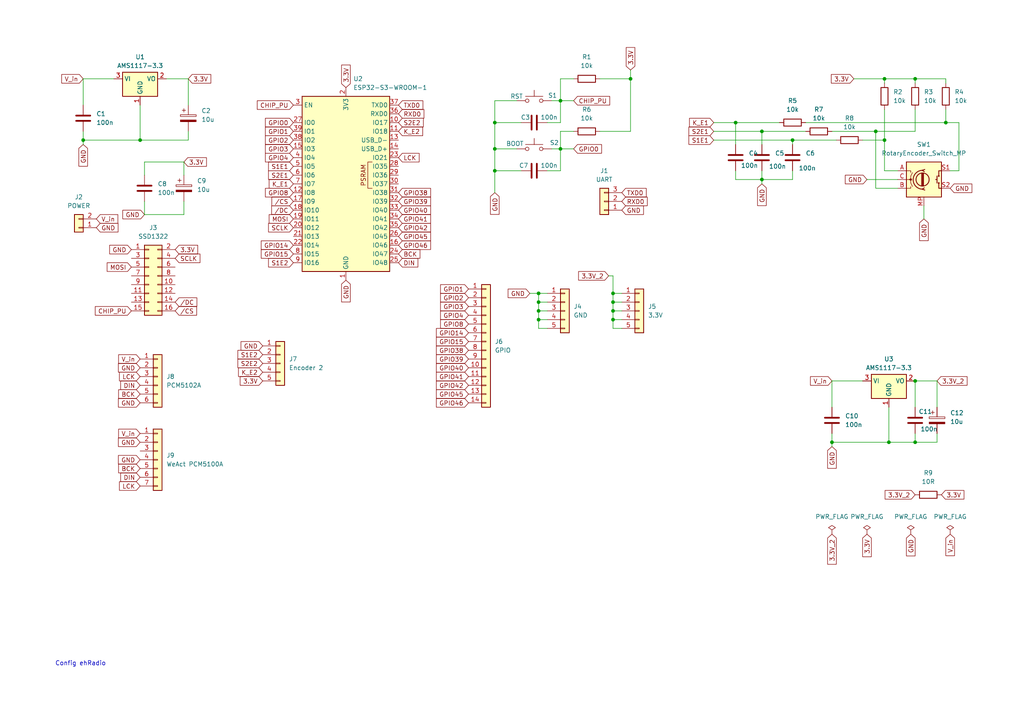
<source format=kicad_sch>
(kicad_sch (version 20250114) (generator "eeschema") (generator_version "9.0")
  (paper "A4")
  (lib_symbols
    (symbol "Connector_Generic:Conn_01x02" (pin_names (offset 1.016) (hide yes))
      (property "Reference" "J" (at 0 2.54 0))
      (property "Value" "Conn_01x02" (at 0 -5.08 0))
      (symbol "Conn_01x02_1_1"
        (rectangle (start -1.27 1.27) (end 1.27 -3.81) (stroke (width 0.254)) (fill (type background)))
        (rectangle (start -1.27 0.127) (end 0 -0.127) (stroke (width 0.1524)))
        (rectangle (start -1.27 -2.413) (end 0 -2.667) (stroke (width 0.1524)))
        (pin passive line (at -5.08 0 0) (length 3.81) (name "Pin_1") (number "1"))
        (pin passive line (at -5.08 -2.54 0) (length 3.81) (name "Pin_2") (number "2"))
      )
    )
    (symbol "Connector_Generic:Conn_01x03" (pin_names (offset 1.016) (hide yes))
      (property "Reference" "J" (at 0 5.08 0))
      (property "Value" "Conn_01x03" (at 0 -5.08 0))
      (symbol "Conn_01x03_1_1"
        (rectangle (start -1.27 3.81) (end 1.27 -3.81) (stroke (width 0.254)) (fill (type background)))
        (rectangle (start -1.27 2.667) (end 0 2.413) (stroke (width 0.1524)))
        (rectangle (start -1.27 0.127) (end 0 -0.127) (stroke (width 0.1524)))
        (rectangle (start -1.27 -2.413) (end 0 -2.667) (stroke (width 0.1524)))
        (pin passive line (at -5.08 2.54 0) (length 3.81) (name "Pin_1") (number "1"))
        (pin passive line (at -5.08 0 0) (length 3.81) (name "Pin_2") (number "2"))
        (pin passive line (at -5.08 -2.54 0) (length 3.81) (name "Pin_3") (number "3"))
      )
    )
    (symbol "Connector_Generic:Conn_01x05" (pin_names (offset 1.016) (hide yes))
      (property "Reference" "J" (at 0 7.62 0))
      (property "Value" "Conn_01x05" (at 0 -7.62 0))
      (symbol "Conn_01x05_1_1"
        (rectangle (start -1.27 6.35) (end 1.27 -6.35) (stroke (width 0.254)) (fill (type background)))
        (rectangle (start -1.27 5.207) (end 0 4.953) (stroke (width 0.1524)))
        (rectangle (start -1.27 2.667) (end 0 2.413) (stroke (width 0.1524)))
        (rectangle (start -1.27 0.127) (end 0 -0.127) (stroke (width 0.1524)))
        (rectangle (start -1.27 -2.413) (end 0 -2.667) (stroke (width 0.1524)))
        (rectangle (start -1.27 -4.953) (end 0 -5.207) (stroke (width 0.1524)))
        (pin passive line (at -5.08 5.08 0) (length 3.81) (name "Pin_1") (number "1"))
        (pin passive line (at -5.08 2.54 0) (length 3.81) (name "Pin_2") (number "2"))
        (pin passive line (at -5.08 0 0) (length 3.81) (name "Pin_3") (number "3"))
        (pin passive line (at -5.08 -2.54 0) (length 3.81) (name "Pin_4") (number "4"))
        (pin passive line (at -5.08 -5.08 0) (length 3.81) (name "Pin_5") (number "5"))
      )
    )
    (symbol "Connector_Generic:Conn_01x06" (pin_names (offset 1.016) (hide yes))
      (property "Reference" "J" (at 0 7.62 0))
      (property "Value" "Conn_01x06" (at 0 -10.16 0))
      (symbol "Conn_01x06_1_1"
        (rectangle (start -1.27 6.35) (end 1.27 -8.89) (stroke (width 0.254)) (fill (type background)))
        (rectangle (start -1.27 5.207) (end 0 4.953) (stroke (width 0.1524)))
        (rectangle (start -1.27 2.667) (end 0 2.413) (stroke (width 0.1524)))
        (rectangle (start -1.27 0.127) (end 0 -0.127) (stroke (width 0.1524)))
        (rectangle (start -1.27 -2.413) (end 0 -2.667) (stroke (width 0.1524)))
        (rectangle (start -1.27 -4.953) (end 0 -5.207) (stroke (width 0.1524)))
        (rectangle (start -1.27 -7.493) (end 0 -7.747) (stroke (width 0.1524)))
        (pin passive line (at -5.08 5.08 0) (length 3.81) (name "Pin_1") (number "1"))
        (pin passive line (at -5.08 2.54 0) (length 3.81) (name "Pin_2") (number "2"))
        (pin passive line (at -5.08 0 0) (length 3.81) (name "Pin_3") (number "3"))
        (pin passive line (at -5.08 -2.54 0) (length 3.81) (name "Pin_4") (number "4"))
        (pin passive line (at -5.08 -5.08 0) (length 3.81) (name "Pin_5") (number "5"))
        (pin passive line (at -5.08 -7.62 0) (length 3.81) (name "Pin_6") (number "6"))
      )
    )
    (symbol "Connector_Generic:Conn_01x07" (pin_names (offset 1.016) (hide yes))
      (property "Reference" "J" (at 0 10.16 0))
      (property "Value" "Conn_01x07" (at 0 -10.16 0))
      (symbol "Conn_01x07_1_1"
        (rectangle (start -1.27 8.89) (end 1.27 -8.89) (stroke (width 0.254)) (fill (type background)))
        (rectangle (start -1.27 7.747) (end 0 7.493) (stroke (width 0.1524)))
        (rectangle (start -1.27 5.207) (end 0 4.953) (stroke (width 0.1524)))
        (rectangle (start -1.27 2.667) (end 0 2.413) (stroke (width 0.1524)))
        (rectangle (start -1.27 0.127) (end 0 -0.127) (stroke (width 0.1524)))
        (rectangle (start -1.27 -2.413) (end 0 -2.667) (stroke (width 0.1524)))
        (rectangle (start -1.27 -4.953) (end 0 -5.207) (stroke (width 0.1524)))
        (rectangle (start -1.27 -7.493) (end 0 -7.747) (stroke (width 0.1524)))
        (pin passive line (at -5.08 7.62 0) (length 3.81) (name "Pin_1") (number "1"))
        (pin passive line (at -5.08 5.08 0) (length 3.81) (name "Pin_2") (number "2"))
        (pin passive line (at -5.08 2.54 0) (length 3.81) (name "Pin_3") (number "3"))
        (pin passive line (at -5.08 0 0) (length 3.81) (name "Pin_4") (number "4"))
        (pin passive line (at -5.08 -2.54 0) (length 3.81) (name "Pin_5") (number "5"))
        (pin passive line (at -5.08 -5.08 0) (length 3.81) (name "Pin_6") (number "6"))
        (pin passive line (at -5.08 -7.62 0) (length 3.81) (name "Pin_7") (number "7"))
      )
    )
    (symbol "Connector_Generic:Conn_01x14" (pin_names (offset 1.016) (hide yes))
      (property "Reference" "J" (at 0 17.78 0))
      (property "Value" "Conn_01x14" (at 0 -20.32 0))
      (symbol "Conn_01x14_1_1"
        (rectangle (start -1.27 16.51) (end 1.27 -19.05) (stroke (width 0.254)) (fill (type background)))
        (rectangle (start -1.27 15.367) (end 0 15.113) (stroke (width 0.1524)))
        (rectangle (start -1.27 12.827) (end 0 12.573) (stroke (width 0.1524)))
        (rectangle (start -1.27 10.287) (end 0 10.033) (stroke (width 0.1524)))
        (rectangle (start -1.27 7.747) (end 0 7.493) (stroke (width 0.1524)))
        (rectangle (start -1.27 5.207) (end 0 4.953) (stroke (width 0.1524)))
        (rectangle (start -1.27 2.667) (end 0 2.413) (stroke (width 0.1524)))
        (rectangle (start -1.27 0.127) (end 0 -0.127) (stroke (width 0.1524)))
        (rectangle (start -1.27 -2.413) (end 0 -2.667) (stroke (width 0.1524)))
        (rectangle (start -1.27 -4.953) (end 0 -5.207) (stroke (width 0.1524)))
        (rectangle (start -1.27 -7.493) (end 0 -7.747) (stroke (width 0.1524)))
        (rectangle (start -1.27 -10.033) (end 0 -10.287) (stroke (width 0.1524)))
        (rectangle (start -1.27 -12.573) (end 0 -12.827) (stroke (width 0.1524)))
        (rectangle (start -1.27 -15.113) (end 0 -15.367) (stroke (width 0.1524)))
        (rectangle (start -1.27 -17.653) (end 0 -17.907) (stroke (width 0.1524)))
        (pin passive line (at -5.08 15.24 0) (length 3.81) (name "Pin_1") (number "1"))
        (pin passive line (at -5.08 12.7 0) (length 3.81) (name "Pin_2") (number "2"))
        (pin passive line (at -5.08 10.16 0) (length 3.81) (name "Pin_3") (number "3"))
        (pin passive line (at -5.08 7.62 0) (length 3.81) (name "Pin_4") (number "4"))
        (pin passive line (at -5.08 5.08 0) (length 3.81) (name "Pin_5") (number "5"))
        (pin passive line (at -5.08 2.54 0) (length 3.81) (name "Pin_6") (number "6"))
        (pin passive line (at -5.08 0 0) (length 3.81) (name "Pin_7") (number "7"))
        (pin passive line (at -5.08 -2.54 0) (length 3.81) (name "Pin_8") (number "8"))
        (pin passive line (at -5.08 -5.08 0) (length 3.81) (name "Pin_9") (number "9"))
        (pin passive line (at -5.08 -7.62 0) (length 3.81) (name "Pin_10") (number "10"))
        (pin passive line (at -5.08 -10.16 0) (length 3.81) (name "Pin_11") (number "11"))
        (pin passive line (at -5.08 -12.7 0) (length 3.81) (name "Pin_12") (number "12"))
        (pin passive line (at -5.08 -15.24 0) (length 3.81) (name "Pin_13") (number "13"))
        (pin passive line (at -5.08 -17.78 0) (length 3.81) (name "Pin_14") (number "14"))
      )
    )
    (symbol "Connector_Generic:Conn_02x08_Odd_Even" (pin_names (offset 1.016) (hide yes))
      (property "Reference" "J" (at 1.27 10.16 0))
      (property "Value" "Conn_02x08_Odd_Even" (at 1.27 -12.7 0))
      (symbol "Conn_02x08_Odd_Even_1_1"
        (rectangle (start -1.27 8.89) (end 3.81 -11.43) (stroke (width 0.254)) (fill (type background)))
        (rectangle (start -1.27 7.747) (end 0 7.493) (stroke (width 0.1524)))
        (rectangle (start -1.27 5.207) (end 0 4.953) (stroke (width 0.1524)))
        (rectangle (start -1.27 2.667) (end 0 2.413) (stroke (width 0.1524)))
        (rectangle (start -1.27 0.127) (end 0 -0.127) (stroke (width 0.1524)))
        (rectangle (start -1.27 -2.413) (end 0 -2.667) (stroke (width 0.1524)))
        (rectangle (start -1.27 -4.953) (end 0 -5.207) (stroke (width 0.1524)))
        (rectangle (start -1.27 -7.493) (end 0 -7.747) (stroke (width 0.1524)))
        (rectangle (start -1.27 -10.033) (end 0 -10.287) (stroke (width 0.1524)))
        (rectangle (start 3.81 7.747) (end 2.54 7.493) (stroke (width 0.1524)))
        (rectangle (start 3.81 5.207) (end 2.54 4.953) (stroke (width 0.1524)))
        (rectangle (start 3.81 2.667) (end 2.54 2.413) (stroke (width 0.1524)))
        (rectangle (start 3.81 0.127) (end 2.54 -0.127) (stroke (width 0.1524)))
        (rectangle (start 3.81 -2.413) (end 2.54 -2.667) (stroke (width 0.1524)))
        (rectangle (start 3.81 -4.953) (end 2.54 -5.207) (stroke (width 0.1524)))
        (rectangle (start 3.81 -7.493) (end 2.54 -7.747) (stroke (width 0.1524)))
        (rectangle (start 3.81 -10.033) (end 2.54 -10.287) (stroke (width 0.1524)))
        (pin passive line (at -5.08 7.62 0) (length 3.81) (name "Pin_1") (number "1"))
        (pin passive line (at -5.08 5.08 0) (length 3.81) (name "Pin_3") (number "3"))
        (pin passive line (at -5.08 2.54 0) (length 3.81) (name "Pin_5") (number "5"))
        (pin passive line (at -5.08 0 0) (length 3.81) (name "Pin_7") (number "7"))
        (pin passive line (at -5.08 -2.54 0) (length 3.81) (name "Pin_9") (number "9"))
        (pin passive line (at -5.08 -5.08 0) (length 3.81) (name "Pin_11") (number "11"))
        (pin passive line (at -5.08 -7.62 0) (length 3.81) (name "Pin_13") (number "13"))
        (pin passive line (at -5.08 -10.16 0) (length 3.81) (name "Pin_15") (number "15"))
        (pin passive line (at 7.62 7.62 180) (length 3.81) (name "Pin_2") (number "2"))
        (pin passive line (at 7.62 5.08 180) (length 3.81) (name "Pin_4") (number "4"))
        (pin passive line (at 7.62 2.54 180) (length 3.81) (name "Pin_6") (number "6"))
        (pin passive line (at 7.62 0 180) (length 3.81) (name "Pin_8") (number "8"))
        (pin passive line (at 7.62 -2.54 180) (length 3.81) (name "Pin_10") (number "10"))
        (pin passive line (at 7.62 -5.08 180) (length 3.81) (name "Pin_12") (number "12"))
        (pin passive line (at 7.62 -7.62 180) (length 3.81) (name "Pin_14") (number "14"))
        (pin passive line (at 7.62 -10.16 180) (length 3.81) (name "Pin_16") (number "16"))
      )
    )
    (symbol "Device:C" (pin_numbers (hide yes)) (pin_names (offset 0.254))
      (property "Reference" "C" (at 0.635 2.54 0))
      (property "Value" "C" (at 0.635 -2.54 0))
      (symbol "C_0_1"
        (polyline (pts (xy -2.032 0.762) (xy 2.032 0.762)) (stroke (width 0.508)))
        (polyline (pts (xy -2.032 -0.762) (xy 2.032 -0.762)) (stroke (width 0.508)))
      )
      (symbol "C_1_1"
        (pin passive line (at 0 3.81 270) (length 2.794) (name "~") (number "1"))
        (pin passive line (at 0 -3.81 90) (length 2.794) (name "~") (number "2"))
      )
    )
    (symbol "Device:C_Polarized" (pin_numbers (hide yes)) (pin_names (offset 0.254))
      (property "Reference" "C" (at 0.635 2.54 0))
      (property "Value" "C_Polarized" (at 0.635 -2.54 0))
      (symbol "C_Polarized_0_1"
        (rectangle (start -2.286 0.508) (end 2.286 1.016))
        (polyline (pts (xy -1.778 2.286) (xy -0.762 2.286)))
        (polyline (pts (xy -1.27 2.794) (xy -1.27 1.778)))
        (rectangle (start 2.286 -0.508) (end -2.286 -1.016) (fill (type outline)))
      )
      (symbol "C_Polarized_1_1"
        (pin passive line (at 0 3.81 270) (length 2.794) (name "~") (number "1"))
        (pin passive line (at 0 -3.81 90) (length 2.794) (name "~") (number "2"))
      )
    )
    (symbol "Device:R" (pin_numbers (hide yes)) (pin_names (offset 0))
      (property "Reference" "R" (at 2.032 0 90))
      (property "Value" "R" (at 0 0 90))
      (symbol "R_0_1"
        (rectangle (start -1.016 -2.54) (end 1.016 2.54) (stroke (width 0.254)))
      )
      (symbol "R_1_1"
        (pin passive line (at 0 3.81 270) (length 1.27) (name "~") (number "1"))
        (pin passive line (at 0 -3.81 90) (length 1.27) (name "~") (number "2"))
      )
    )
    (symbol "Device:RotaryEncoder_Switch_MP" (pin_names (offset 0.254) (hide yes))
      (property "Reference" "SW" (at 0 8.89 0))
      (property "Value" "RotaryEncoder_Switch_MP" (at 0 6.35 0))
      (symbol "RotaryEncoder_Switch_MP_0_1"
        (rectangle (start -5.08 5.08) (end 5.08 -5.08) (stroke (width 0.254)) (fill (type background)))
        (polyline (pts (xy -5.08 2.54) (xy -3.81 2.54) (xy -3.81 2.032)))
        (polyline (pts (xy -5.08 0) (xy -3.81 0) (xy -3.81 -1.016) (xy -3.302 -2.032)))
        (polyline (pts (xy -5.08 -2.54) (xy -3.81 -2.54) (xy -3.81 -2.032)))
        (polyline (pts (xy -4.318 0) (xy -3.81 0) (xy -3.81 1.016) (xy -3.302 2.032)))
        (circle (center -3.81 0) (radius 0.254) (fill (type outline)))
        (polyline (pts (xy -0.635 -1.778) (xy -0.635 1.778)) (stroke (width 0.254)))
        (circle (center -0.381 0) (radius 1.905) (stroke (width 0.254)))
        (polyline (pts (xy -0.381 -1.778) (xy -0.381 1.778)) (stroke (width 0.254)))
        (arc (start -0.381 -2.794) (mid -3.0988 -0.0635) (end -0.381 2.667) (stroke (width 0.254)))
        (polyline (pts (xy -0.127 1.778) (xy -0.127 -1.778)) (stroke (width 0.254)))
        (polyline (pts (xy 0.254 2.921) (xy -0.508 2.667) (xy 0.127 2.286)) (stroke (width 0.254)))
        (polyline (pts (xy 0.254 -3.048) (xy -0.508 -2.794) (xy 0.127 -2.413)) (stroke (width 0.254)))
        (polyline (pts (xy 3.81 1.016) (xy 3.81 -1.016)) (stroke (width 0.254)))
        (polyline (pts (xy 3.81 0) (xy 3.429 0)) (stroke (width 0.254)))
        (circle (center 4.318 1.016) (radius 0.127) (stroke (width 0.254)))
        (circle (center 4.318 -1.016) (radius 0.127) (stroke (width 0.254)))
        (polyline (pts (xy 5.08 2.54) (xy 4.318 2.54) (xy 4.318 1.016)) (stroke (width 0.254)))
        (polyline (pts (xy 5.08 -2.54) (xy 4.318 -2.54) (xy 4.318 -1.016)) (stroke (width 0.254)))
      )
      (symbol "RotaryEncoder_Switch_MP_1_1"
        (pin passive line (at -7.62 2.54 0) (length 2.54) (name "A") (number "A"))
        (pin passive line (at -7.62 0 0) (length 2.54) (name "C") (number "C"))
        (pin passive line (at -7.62 -2.54 0) (length 2.54) (name "B") (number "B"))
        (pin passive line (at 0 -7.62 90) (length 2.54) (name "MP") (number "MP"))
        (pin passive line (at 7.62 2.54 180) (length 2.54) (name "S1") (number "S1"))
        (pin passive line (at 7.62 -2.54 180) (length 2.54) (name "S2") (number "S2"))
      )
    )
    (symbol "RF_Module:ESP32-S3-WROOM-1"
      (property "Reference" "U" (at -12.7 26.67 0))
      (property "Value" "ESP32-S3-WROOM-1" (at 12.7 26.67 0))
      (symbol "ESP32-S3-WROOM-1_0_0"
        (rectangle (start -12.7 25.4) (end 12.7 -25.4) (stroke (width 0.254)) (fill (type background)))
        (text "PSRAM" (at 5.08 2.54 900) (effects (font (size 1.27 1.27))))
      )
      (symbol "ESP32-S3-WROOM-1_0_1"
        (polyline (pts (xy 7.62 -1.27) (xy 6.35 -1.27) (xy 6.35 6.35) (xy 7.62 6.35)))
      )
      (symbol "ESP32-S3-WROOM-1_1_1"
        (pin input line (at -15.24 22.86 0) (length 2.54) (name "EN") (number "3"))
        (pin bidirectional line (at -15.24 17.78 0) (length 2.54) (name "IO0") (number "27"))
        (pin bidirectional line (at -15.24 15.24 0) (length 2.54) (name "IO1") (number "39"))
        (pin bidirectional line (at -15.24 12.7 0) (length 2.54) (name "IO2") (number "38"))
        (pin bidirectional line (at -15.24 10.16 0) (length 2.54) (name "IO3") (number "15"))
        (pin bidirectional line (at -15.24 7.62 0) (length 2.54) (name "IO4") (number "4"))
        (pin bidirectional line (at -15.24 5.08 0) (length 2.54) (name "IO5") (number "5"))
        (pin bidirectional line (at -15.24 2.54 0) (length 2.54) (name "IO6") (number "6"))
        (pin bidirectional line (at -15.24 0 0) (length 2.54) (name "IO7") (number "7"))
        (pin bidirectional line (at -15.24 -2.54 0) (length 2.54) (name "IO8") (number "12"))
        (pin bidirectional line (at -15.24 -5.08 0) (length 2.54) (name "IO9") (number "17"))
        (pin bidirectional line (at -15.24 -7.62 0) (length 2.54) (name "IO10") (number "18"))
        (pin bidirectional line (at -15.24 -10.16 0) (length 2.54) (name "IO11") (number "19"))
        (pin bidirectional line (at -15.24 -12.7 0) (length 2.54) (name "IO12") (number "20"))
        (pin bidirectional line (at -15.24 -15.24 0) (length 2.54) (name "IO13") (number "21"))
        (pin bidirectional line (at -15.24 -17.78 0) (length 2.54) (name "IO14") (number "22"))
        (pin bidirectional line (at -15.24 -20.32 0) (length 2.54) (name "IO15") (number "8"))
        (pin bidirectional line (at -15.24 -22.86 0) (length 2.54) (name "IO16") (number "9"))
        (pin power_in line (at 0 27.94 270) (length 2.54) (name "3V3") (number "2"))
        (pin power_in line (at 0 -27.94 90) (length 2.54) (name "GND") (number "1"))
        (pin passive line (at 0 -27.94 90) (length 2.54) (hide yes) (name "GND") (number "40"))
        (pin passive line (at 0 -27.94 90) (length 2.54) (hide yes) (name "GND") (number "41"))
        (pin bidirectional line (at 15.24 22.86 180) (length 2.54) (name "TXD0") (number "37"))
        (pin bidirectional line (at 15.24 20.32 180) (length 2.54) (name "RXD0") (number "36"))
        (pin bidirectional line (at 15.24 17.78 180) (length 2.54) (name "IO17") (number "10"))
        (pin bidirectional line (at 15.24 15.24 180) (length 2.54) (name "IO18") (number "11"))
        (pin bidirectional line (at 15.24 12.7 180) (length 2.54) (name "USB_D-") (number "13"))
        (pin bidirectional line (at 15.24 10.16 180) (length 2.54) (name "USB_D+") (number "14"))
        (pin bidirectional line (at 15.24 7.62 180) (length 2.54) (name "IO21") (number "23"))
        (pin bidirectional line (at 15.24 5.08 180) (length 2.54) (name "IO35") (number "28"))
        (pin bidirectional line (at 15.24 2.54 180) (length 2.54) (name "IO36") (number "29"))
        (pin bidirectional line (at 15.24 0 180) (length 2.54) (name "IO37") (number "30"))
        (pin bidirectional line (at 15.24 -2.54 180) (length 2.54) (name "IO38") (number "31"))
        (pin bidirectional line (at 15.24 -5.08 180) (length 2.54) (name "IO39") (number "32"))
        (pin bidirectional line (at 15.24 -7.62 180) (length 2.54) (name "IO40") (number "33"))
        (pin bidirectional line (at 15.24 -10.16 180) (length 2.54) (name "IO41") (number "34"))
        (pin bidirectional line (at 15.24 -12.7 180) (length 2.54) (name "IO42") (number "35"))
        (pin bidirectional line (at 15.24 -15.24 180) (length 2.54) (name "IO45") (number "26"))
        (pin bidirectional line (at 15.24 -17.78 180) (length 2.54) (name "IO46") (number "16"))
        (pin bidirectional line (at 15.24 -20.32 180) (length 2.54) (name "IO47") (number "24"))
        (pin bidirectional line (at 15.24 -22.86 180) (length 2.54) (name "IO48") (number "25"))
      )
    )
    (symbol "Regulator_Linear:AMS1117-3.3"
      (property "Reference" "U" (at -3.81 3.175 0))
      (property "Value" "AMS1117-3.3" (at 0 3.175 0))
      (symbol "AMS1117-3.3_0_1"
        (rectangle (start -5.08 -5.08) (end 5.08 1.905) (stroke (width 0.254)) (fill (type background)))
      )
      (symbol "AMS1117-3.3_1_1"
        (pin power_in line (at -7.62 0 0) (length 2.54) (name "VI") (number "3"))
        (pin power_in line (at 0 -7.62 90) (length 2.54) (name "GND") (number "1"))
        (pin power_out line (at 7.62 0 180) (length 2.54) (name "VO") (number "2"))
      )
    )
    (symbol "Switch:SW_Push" (pin_numbers (hide yes)) (pin_names (offset 1.016) (hide yes))
      (property "Reference" "SW" (at 1.27 2.54 0))
      (property "Value" "SW_Push" (at 0 -1.524 0))
      (symbol "SW_Push_0_1"
        (circle (center -2.032 0) (radius 0.508))
        (polyline (pts (xy 0 1.27) (xy 0 3.048)))
        (circle (center 2.032 0) (radius 0.508))
        (polyline (pts (xy 2.54 1.27) (xy -2.54 1.27)))
        (pin passive line (at -5.08 0 0) (length 2.54) (name "1") (number "1"))
        (pin passive line (at 5.08 0 180) (length 2.54) (name "2") (number "2"))
      )
    )
    (symbol "power:PWR_FLAG" (power) (pin_numbers (hide yes)) (pin_names (offset 0) (hide yes))
      (property "Value" "PWR_FLAG" (at 0 3.81 0))
      (symbol "PWR_FLAG_0_0"
        (pin power_out line (at 0 0 90) (length 0) (name "~") (number "1"))
      )
      (symbol "PWR_FLAG_0_1"
        (polyline (pts (xy 0 0) (xy 0 1.27) (xy -1.016 1.905) (xy 0 2.54) (xy 1.016 1.905) (xy 0 1.27)))
      )
    )
  )
  (text "Config ehRadio" (at 23.368 192.532 0) (effects (font (size 1.27 1.27))))
  (junction (at 213.36 35.56))
  (junction (at 156.21 92.71))
  (junction (at 162.56 43.18))
  (junction (at 274.32 35.56))
  (junction (at 220.98 52.07))
  (junction (at 265.43 22.86))
  (junction (at 265.43 110.49))
  (junction (at 257.81 128.27))
  (junction (at 229.87 40.64))
  (junction (at 241.3 128.27))
  (junction (at 256.54 40.64))
  (junction (at 156.21 90.17))
  (junction (at 156.21 85.09))
  (junction (at 143.51 49.53))
  (junction (at 177.8 90.17))
  (junction (at 156.21 87.63))
  (junction (at 24.13 40.64))
  (junction (at 220.98 38.1))
  (junction (at 40.64 40.64))
  (junction (at 162.56 29.21))
  (junction (at 265.43 128.27))
  (junction (at 177.8 87.63))
  (junction (at 182.88 22.86))
  (junction (at 256.54 22.86))
  (junction (at 254 38.1))
  (junction (at 177.8 92.71))
  (junction (at 143.51 43.18))
  (junction (at 177.8 85.09))
  (junction (at 143.51 35.56))
  (wire (pts (xy 162.56 22.86) (xy 162.56 29.21)))
  (wire (pts (xy 162.56 35.56) (xy 162.56 29.21)))
  (wire (pts (xy 54.61 40.64) (xy 40.64 40.64)))
  (wire (pts (xy 207.01 38.1) (xy 220.98 38.1)))
  (wire (pts (xy 278.13 49.53) (xy 278.13 35.56)))
  (wire (pts (xy 143.51 35.56) (xy 151.13 35.56)))
  (wire (pts (xy 143.51 43.18) (xy 143.51 49.53)))
  (wire (pts (xy 229.87 52.07) (xy 220.98 52.07)))
  (wire (pts (xy 265.43 110.49) (xy 265.43 118.11)))
  (wire (pts (xy 254 38.1) (xy 254 54.61)))
  (wire (pts (xy 158.75 35.56) (xy 162.56 35.56)))
  (wire (pts (xy 153.67 85.09) (xy 156.21 85.09)))
  (wire (pts (xy 149.86 29.21) (xy 143.51 29.21)))
  (wire (pts (xy 160.02 29.21) (xy 162.56 29.21)))
  (wire (pts (xy 177.8 80.01) (xy 177.8 85.09)))
  (wire (pts (xy 265.43 125.73) (xy 265.43 128.27)))
  (wire (pts (xy 166.37 22.86) (xy 162.56 22.86)))
  (wire (pts (xy 229.87 49.53) (xy 229.87 52.07)))
  (wire (pts (xy 176.53 80.01) (xy 177.8 80.01)))
  (wire (pts (xy 213.36 41.91) (xy 213.36 35.56)))
  (wire (pts (xy 53.34 62.23) (xy 53.34 58.42)))
  (wire (pts (xy 177.8 90.17) (xy 177.8 92.71)))
  (wire (pts (xy 207.01 40.64) (xy 229.87 40.64)))
  (wire (pts (xy 247.65 22.86) (xy 256.54 22.86)))
  (wire (pts (xy 41.91 46.99) (xy 53.34 46.99)))
  (wire (pts (xy 229.87 41.91) (xy 229.87 40.64)))
  (wire (pts (xy 24.13 40.64) (xy 24.13 41.91)))
  (wire (pts (xy 41.91 62.23) (xy 53.34 62.23)))
  (wire (pts (xy 278.13 35.56) (xy 274.32 35.56)))
  (wire (pts (xy 177.8 85.09) (xy 180.34 85.09)))
  (wire (pts (xy 54.61 38.1) (xy 54.61 40.64)))
  (wire (pts (xy 220.98 41.91) (xy 220.98 38.1)))
  (wire (pts (xy 256.54 31.75) (xy 256.54 40.64)))
  (wire (pts (xy 256.54 49.53) (xy 256.54 40.64)))
  (wire (pts (xy 162.56 49.53) (xy 162.56 43.18)))
  (wire (pts (xy 207.01 35.56) (xy 213.36 35.56)))
  (wire (pts (xy 254 38.1) (xy 265.43 38.1)))
  (wire (pts (xy 143.51 29.21) (xy 143.51 35.56)))
  (wire (pts (xy 177.8 85.09) (xy 177.8 87.63)))
  (wire (pts (xy 156.21 95.25) (xy 156.21 92.71)))
  (wire (pts (xy 24.13 22.86) (xy 33.02 22.86)))
  (wire (pts (xy 250.19 40.64) (xy 256.54 40.64)))
  (wire (pts (xy 213.36 35.56) (xy 226.06 35.56)))
  (wire (pts (xy 177.8 92.71) (xy 177.8 95.25)))
  (wire (pts (xy 156.21 85.09) (xy 158.75 85.09)))
  (wire (pts (xy 241.3 38.1) (xy 254 38.1)))
  (wire (pts (xy 177.8 87.63) (xy 177.8 90.17)))
  (wire (pts (xy 241.3 110.49) (xy 250.19 110.49)))
  (wire (pts (xy 220.98 38.1) (xy 233.68 38.1)))
  (wire (pts (xy 156.21 90.17) (xy 156.21 87.63)))
  (wire (pts (xy 274.32 22.86) (xy 274.32 24.13)))
  (wire (pts (xy 275.59 49.53) (xy 278.13 49.53)))
  (wire (pts (xy 257.81 128.27) (xy 241.3 128.27)))
  (wire (pts (xy 267.97 59.69) (xy 267.97 63.5)))
  (wire (pts (xy 213.36 49.53) (xy 213.36 52.07)))
  (wire (pts (xy 156.21 85.09) (xy 156.21 87.63)))
  (wire (pts (xy 241.3 128.27) (xy 241.3 129.54)))
  (wire (pts (xy 156.21 92.71) (xy 158.75 92.71)))
  (wire (pts (xy 24.13 38.1) (xy 24.13 40.64)))
  (wire (pts (xy 177.8 92.71) (xy 180.34 92.71)))
  (wire (pts (xy 271.78 110.49) (xy 271.78 118.11)))
  (wire (pts (xy 256.54 22.86) (xy 265.43 22.86)))
  (wire (pts (xy 233.68 35.56) (xy 274.32 35.56)))
  (wire (pts (xy 162.56 29.21) (xy 166.37 29.21)))
  (wire (pts (xy 271.78 128.27) (xy 265.43 128.27)))
  (wire (pts (xy 158.75 95.25) (xy 156.21 95.25)))
  (wire (pts (xy 265.43 22.86) (xy 265.43 24.13)))
  (wire (pts (xy 143.51 49.53) (xy 151.13 49.53)))
  (wire (pts (xy 257.81 118.11) (xy 257.81 128.27)))
  (wire (pts (xy 241.3 118.11) (xy 241.3 110.49)))
  (wire (pts (xy 173.99 38.1) (xy 182.88 38.1)))
  (wire (pts (xy 265.43 128.27) (xy 257.81 128.27)))
  (wire (pts (xy 254 54.61) (xy 260.35 54.61)))
  (wire (pts (xy 229.87 40.64) (xy 242.57 40.64)))
  (wire (pts (xy 271.78 110.49) (xy 265.43 110.49)))
  (wire (pts (xy 162.56 43.18) (xy 166.37 43.18)))
  (wire (pts (xy 177.8 87.63) (xy 180.34 87.63)))
  (wire (pts (xy 160.02 43.18) (xy 162.56 43.18)))
  (wire (pts (xy 54.61 22.86) (xy 54.61 30.48)))
  (wire (pts (xy 177.8 95.25) (xy 180.34 95.25)))
  (wire (pts (xy 54.61 22.86) (xy 48.26 22.86)))
  (wire (pts (xy 156.21 90.17) (xy 158.75 90.17)))
  (wire (pts (xy 158.75 49.53) (xy 162.56 49.53)))
  (wire (pts (xy 251.46 52.07) (xy 260.35 52.07)))
  (wire (pts (xy 182.88 20.32) (xy 182.88 22.86)))
  (wire (pts (xy 265.43 31.75) (xy 265.43 38.1)))
  (wire (pts (xy 271.78 125.73) (xy 271.78 128.27)))
  (wire (pts (xy 24.13 30.48) (xy 24.13 22.86)))
  (wire (pts (xy 41.91 50.8) (xy 41.91 46.99)))
  (wire (pts (xy 256.54 22.86) (xy 256.54 24.13)))
  (wire (pts (xy 220.98 49.53) (xy 220.98 52.07)))
  (wire (pts (xy 158.75 87.63) (xy 156.21 87.63)))
  (wire (pts (xy 143.51 43.18) (xy 149.86 43.18)))
  (wire (pts (xy 40.64 30.48) (xy 40.64 40.64)))
  (wire (pts (xy 241.3 125.73) (xy 241.3 128.27)))
  (wire (pts (xy 265.43 22.86) (xy 274.32 22.86)))
  (wire (pts (xy 177.8 90.17) (xy 180.34 90.17)))
  (wire (pts (xy 143.51 35.56) (xy 143.51 43.18)))
  (wire (pts (xy 220.98 52.07) (xy 220.98 53.34)))
  (wire (pts (xy 274.32 31.75) (xy 274.32 35.56)))
  (wire (pts (xy 156.21 92.71) (xy 156.21 90.17)))
  (wire (pts (xy 220.98 52.07) (xy 213.36 52.07)))
  (wire (pts (xy 53.34 46.99) (xy 53.34 50.8)))
  (wire (pts (xy 182.88 22.86) (xy 173.99 22.86)))
  (wire (pts (xy 40.64 40.64) (xy 24.13 40.64)))
  (wire (pts (xy 143.51 49.53) (xy 143.51 55.88)))
  (wire (pts (xy 41.91 58.42) (xy 41.91 62.23)))
  (wire (pts (xy 162.56 38.1) (xy 162.56 43.18)))
  (wire (pts (xy 260.35 49.53) (xy 256.54 49.53)))
  (wire (pts (xy 166.37 38.1) (xy 162.56 38.1)))
  (wire (pts (xy 182.88 38.1) (xy 182.88 22.86)))
  (global_label "GPIO39" (shape input) (at 115.57 58.42 0) (property "Intersheetrefs" "${INTERSHEET_REFS}" (effects (hide yes))))
  (global_label "GND" (shape input) (at 27.94 66.04 0) (property "Intersheetrefs" "${INTERSHEET_REFS}" (effects (hide yes))))
  (global_label "GND" (shape input) (at 143.51 55.88 270) (property "Intersheetrefs" "${INTERSHEET_REFS}" (effects (hide yes))))
  (global_label "3.3V" (shape input) (at 76.2 110.49 180) (property "Intersheetrefs" "${INTERSHEET_REFS}" (effects (hide yes))))
  (global_label "V_in" (shape input) (at 40.64 104.14 180) (property "Intersheetrefs" "${INTERSHEET_REFS}" (effects (hide yes))))
  (global_label "GPIO46" (shape input) (at 115.57 71.12 0) (property "Intersheetrefs" "${INTERSHEET_REFS}" (effects (hide yes))))
  (global_label "GND" (shape input) (at 241.3 129.54 270) (property "Intersheetrefs" "${INTERSHEET_REFS}" (effects (hide yes))))
  (global_label "LCK" (shape input) (at 40.64 140.97 180) (property "Intersheetrefs" "${INTERSHEET_REFS}" (effects (hide yes))))
  (global_label "GND" (shape input) (at 41.91 62.23 180) (property "Intersheetrefs" "${INTERSHEET_REFS}" (effects (hide yes))))
  (global_label "GPIO15" (shape input) (at 135.89 99.06 180) (property "Intersheetrefs" "${INTERSHEET_REFS}" (effects (hide yes))))
  (global_label "GPIO8" (shape input) (at 85.09 55.88 180) (property "Intersheetrefs" "${INTERSHEET_REFS}" (effects (hide yes))))
  (global_label "GPIO15" (shape input) (at 85.09 73.66 180) (property "Intersheetrefs" "${INTERSHEET_REFS}" (effects (hide yes))))
  (global_label "GPIO0" (shape input) (at 166.37 43.18 0) (property "Intersheetrefs" "${INTERSHEET_REFS}" (effects (hide yes))))
  (global_label "GND" (shape input) (at 40.64 133.35 180) (property "Intersheetrefs" "${INTERSHEET_REFS}" (effects (hide yes))))
  (global_label "3.3V" (shape input) (at 54.61 22.86 0) (property "Intersheetrefs" "${INTERSHEET_REFS}" (effects (hide yes))))
  (global_label "GPIO3" (shape input) (at 135.89 88.9 180) (property "Intersheetrefs" "${INTERSHEET_REFS}" (effects (hide yes))))
  (global_label "GPIO41" (shape input) (at 115.57 63.5 0) (property "Intersheetrefs" "${INTERSHEET_REFS}" (effects (hide yes))))
  (global_label "S1E1" (shape input) (at 207.01 40.64 180) (property "Intersheetrefs" "${INTERSHEET_REFS}" (effects (hide yes))))
  (global_label "{slash}DC" (shape input) (at 85.09 60.96 180) (property "Intersheetrefs" "${INTERSHEET_REFS}" (effects (hide yes))))
  (global_label "DIN" (shape input) (at 40.64 111.76 180) (property "Intersheetrefs" "${INTERSHEET_REFS}" (effects (hide yes))))
  (global_label "GND" (shape input) (at 264.16 154.94 270) (property "Intersheetrefs" "${INTERSHEET_REFS}" (effects (hide yes))))
  (global_label "CHIP_PU" (shape input) (at 85.09 30.48 180) (property "Intersheetrefs" "${INTERSHEET_REFS}" (effects (hide yes))))
  (global_label "S2E2" (shape input) (at 76.2 105.41 180) (property "Intersheetrefs" "${INTERSHEET_REFS}" (effects (hide yes))))
  (global_label "RXD0" (shape input) (at 115.57 33.02 0) (property "Intersheetrefs" "${INTERSHEET_REFS}" (effects (hide yes))))
  (global_label "V_in" (shape input) (at 40.64 125.73 180) (property "Intersheetrefs" "${INTERSHEET_REFS}" (effects (hide yes))))
  (global_label "CHIP_PU" (shape input) (at 38.1 90.17 180) (property "Intersheetrefs" "${INTERSHEET_REFS}" (effects (hide yes))))
  (global_label "GPIO46" (shape input) (at 135.89 116.84 180) (property "Intersheetrefs" "${INTERSHEET_REFS}" (effects (hide yes))))
  (global_label "GPIO39" (shape input) (at 135.89 104.14 180) (property "Intersheetrefs" "${INTERSHEET_REFS}" (effects (hide yes))))
  (global_label "3.3V_2" (shape input) (at 265.43 143.51 180) (property "Intersheetrefs" "${INTERSHEET_REFS}" (effects (hide yes))))
  (global_label "S2E1" (shape input) (at 207.01 38.1 180) (property "Intersheetrefs" "${INTERSHEET_REFS}" (effects (hide yes))))
  (global_label "3.3V" (shape input) (at 50.8 72.39 0) (property "Intersheetrefs" "${INTERSHEET_REFS}" (effects (hide yes))))
  (global_label "GPIO14" (shape input) (at 85.09 71.12 180) (property "Intersheetrefs" "${INTERSHEET_REFS}" (effects (hide yes))))
  (global_label "GPIO0" (shape input) (at 85.09 35.56 180) (property "Intersheetrefs" "${INTERSHEET_REFS}" (effects (hide yes))))
  (global_label "CHIP_PU" (shape input) (at 166.37 29.21 0) (property "Intersheetrefs" "${INTERSHEET_REFS}" (effects (hide yes))))
  (global_label "GND" (shape input) (at 40.64 106.68 180) (property "Intersheetrefs" "${INTERSHEET_REFS}" (effects (hide yes))))
  (global_label "RXD0" (shape input) (at 180.34 58.42 0) (property "Intersheetrefs" "${INTERSHEET_REFS}" (effects (hide yes))))
  (global_label "{slash}CS" (shape input) (at 50.8 90.17 0) (property "Intersheetrefs" "${INTERSHEET_REFS}" (effects (hide yes))))
  (global_label "GPIO45" (shape input) (at 115.57 68.58 0) (property "Intersheetrefs" "${INTERSHEET_REFS}" (effects (hide yes))))
  (global_label "V_in" (shape input) (at 24.13 22.86 180) (property "Intersheetrefs" "${INTERSHEET_REFS}" (effects (hide yes))))
  (global_label "GPIO3" (shape input) (at 85.09 43.18 180) (property "Intersheetrefs" "${INTERSHEET_REFS}" (effects (hide yes))))
  (global_label "3.3V_2" (shape input) (at 271.78 110.49 0) (property "Intersheetrefs" "${INTERSHEET_REFS}" (effects (hide yes))))
  (global_label "GPIO14" (shape input) (at 135.89 96.52 180) (property "Intersheetrefs" "${INTERSHEET_REFS}" (effects (hide yes))))
  (global_label "V_in" (shape input) (at 275.59 154.94 270) (property "Intersheetrefs" "${INTERSHEET_REFS}" (effects (hide yes))))
  (global_label "GPIO38" (shape input) (at 135.89 101.6 180) (property "Intersheetrefs" "${INTERSHEET_REFS}" (effects (hide yes))))
  (global_label "GPIO45" (shape input) (at 135.89 114.3 180) (property "Intersheetrefs" "${INTERSHEET_REFS}" (effects (hide yes))))
  (global_label "DIN" (shape input) (at 40.64 138.43 180) (property "Intersheetrefs" "${INTERSHEET_REFS}" (effects (hide yes))))
  (global_label "GPIO38" (shape input) (at 115.57 55.88 0) (property "Intersheetrefs" "${INTERSHEET_REFS}" (effects (hide yes))))
  (global_label "V_in" (shape input) (at 27.94 63.5 0) (property "Intersheetrefs" "${INTERSHEET_REFS}" (effects (hide yes))))
  (global_label "SCLK" (shape input) (at 50.8 74.93 0) (property "Intersheetrefs" "${INTERSHEET_REFS}" (effects (hide yes))))
  (global_label "GPIO4" (shape input) (at 85.09 45.72 180) (property "Intersheetrefs" "${INTERSHEET_REFS}" (effects (hide yes))))
  (global_label "V_in" (shape input) (at 241.3 110.49 180) (property "Intersheetrefs" "${INTERSHEET_REFS}" (effects (hide yes))))
  (global_label "GND" (shape input) (at 275.59 54.61 0) (property "Intersheetrefs" "${INTERSHEET_REFS}" (effects (hide yes))))
  (global_label "MOSI" (shape input) (at 38.1 77.47 180) (property "Intersheetrefs" "${INTERSHEET_REFS}" (effects (hide yes))))
  (global_label "3.3V_2" (shape input) (at 241.3 154.94 270) (property "Intersheetrefs" "${INTERSHEET_REFS}" (effects (hide yes))))
  (global_label "GND" (shape input) (at 267.97 63.5 270) (property "Intersheetrefs" "${INTERSHEET_REFS}" (effects (hide yes))))
  (global_label "LCK" (shape input) (at 40.64 109.22 180) (property "Intersheetrefs" "${INTERSHEET_REFS}" (effects (hide yes))))
  (global_label "GPIO2" (shape input) (at 85.09 40.64 180) (property "Intersheetrefs" "${INTERSHEET_REFS}" (effects (hide yes))))
  (global_label "GPIO2" (shape input) (at 135.89 86.36 180) (property "Intersheetrefs" "${INTERSHEET_REFS}" (effects (hide yes))))
  (global_label "S2E1" (shape input) (at 85.09 50.8 180) (property "Intersheetrefs" "${INTERSHEET_REFS}" (effects (hide yes))))
  (global_label "3.3V" (shape input) (at 53.34 46.99 0) (property "Intersheetrefs" "${INTERSHEET_REFS}" (effects (hide yes))))
  (global_label "GPIO42" (shape input) (at 115.57 66.04 0) (property "Intersheetrefs" "${INTERSHEET_REFS}" (effects (hide yes))))
  (global_label "GND" (shape input) (at 76.2 100.33 180) (property "Intersheetrefs" "${INTERSHEET_REFS}" (effects (hide yes))))
  (global_label "K_E1" (shape input) (at 207.01 35.56 180) (property "Intersheetrefs" "${INTERSHEET_REFS}" (effects (hide yes))))
  (global_label "GPIO42" (shape input) (at 135.89 111.76 180) (property "Intersheetrefs" "${INTERSHEET_REFS}" (effects (hide yes))))
  (global_label "GND" (shape input) (at 40.64 116.84 180) (property "Intersheetrefs" "${INTERSHEET_REFS}" (effects (hide yes))))
  (global_label "GPIO8" (shape input) (at 135.89 93.98 180) (property "Intersheetrefs" "${INTERSHEET_REFS}" (effects (hide yes))))
  (global_label "GND" (shape input) (at 251.46 52.07 180) (property "Intersheetrefs" "${INTERSHEET_REFS}" (effects (hide yes))))
  (global_label "DIN" (shape input) (at 115.57 76.2 0) (property "Intersheetrefs" "${INTERSHEET_REFS}" (effects (hide yes))))
  (global_label "LCK" (shape input) (at 115.57 45.72 0) (property "Intersheetrefs" "${INTERSHEET_REFS}" (effects (hide yes))))
  (global_label "BCK" (shape input) (at 40.64 135.89 180) (property "Intersheetrefs" "${INTERSHEET_REFS}" (effects (hide yes))))
  (global_label "{slash}DC" (shape input) (at 50.8 87.63 0) (property "Intersheetrefs" "${INTERSHEET_REFS}" (effects (hide yes))))
  (global_label "GND" (shape input) (at 38.1 72.39 180) (property "Intersheetrefs" "${INTERSHEET_REFS}" (effects (hide yes))))
  (global_label "3.3V" (shape input) (at 100.33 25.4 90) (property "Intersheetrefs" "${INTERSHEET_REFS}" (effects (hide yes))))
  (global_label "MOSI" (shape input) (at 85.09 63.5 180) (property "Intersheetrefs" "${INTERSHEET_REFS}" (effects (hide yes))))
  (global_label "GPIO4" (shape input) (at 135.89 91.44 180) (property "Intersheetrefs" "${INTERSHEET_REFS}" (effects (hide yes))))
  (global_label "K_E2" (shape input) (at 115.57 38.1 0) (property "Intersheetrefs" "${INTERSHEET_REFS}" (effects (hide yes))))
  (global_label "BCK" (shape input) (at 115.57 73.66 0) (property "Intersheetrefs" "${INTERSHEET_REFS}" (effects (hide yes))))
  (global_label "K_E1" (shape input) (at 85.09 53.34 180) (property "Intersheetrefs" "${INTERSHEET_REFS}" (effects (hide yes))))
  (global_label "S1E1" (shape input) (at 85.09 48.26 180) (property "Intersheetrefs" "${INTERSHEET_REFS}" (effects (hide yes))))
  (global_label "GND" (shape input) (at 180.34 60.96 0) (property "Intersheetrefs" "${INTERSHEET_REFS}" (effects (hide yes))))
  (global_label "3.3V_2" (shape input) (at 176.53 80.01 180) (property "Intersheetrefs" "${INTERSHEET_REFS}" (effects (hide yes))))
  (global_label "3.3V" (shape input) (at 251.46 154.94 270) (property "Intersheetrefs" "${INTERSHEET_REFS}" (effects (hide yes))))
  (global_label "GPIO1" (shape input) (at 85.09 38.1 180) (property "Intersheetrefs" "${INTERSHEET_REFS}" (effects (hide yes))))
  (global_label "3.3V" (shape input) (at 182.88 20.32 90) (property "Intersheetrefs" "${INTERSHEET_REFS}" (effects (hide yes))))
  (global_label "GND" (shape input) (at 153.67 85.09 180) (property "Intersheetrefs" "${INTERSHEET_REFS}" (effects (hide yes))))
  (global_label "TXD0" (shape input) (at 180.34 55.88 0) (property "Intersheetrefs" "${INTERSHEET_REFS}" (effects (hide yes))))
  (global_label "3.3V" (shape input) (at 273.05 143.51 0) (property "Intersheetrefs" "${INTERSHEET_REFS}" (effects (hide yes))))
  (global_label "{slash}CS" (shape input) (at 85.09 58.42 180) (property "Intersheetrefs" "${INTERSHEET_REFS}" (effects (hide yes))))
  (global_label "3.3V" (shape input) (at 247.65 22.86 180) (property "Intersheetrefs" "${INTERSHEET_REFS}" (effects (hide yes))))
  (global_label "GPIO1" (shape input) (at 135.89 83.82 180) (property "Intersheetrefs" "${INTERSHEET_REFS}" (effects (hide yes))))
  (global_label "TXD0" (shape input) (at 115.57 30.48 0) (property "Intersheetrefs" "${INTERSHEET_REFS}" (effects (hide yes))))
  (global_label "BCK" (shape input) (at 40.64 114.3 180) (property "Intersheetrefs" "${INTERSHEET_REFS}" (effects (hide yes))))
  (global_label "S1E2" (shape input) (at 76.2 102.87 180) (property "Intersheetrefs" "${INTERSHEET_REFS}" (effects (hide yes))))
  (global_label "GND" (shape input) (at 100.33 81.28 270) (property "Intersheetrefs" "${INTERSHEET_REFS}" (effects (hide yes))))
  (global_label "K_E2" (shape input) (at 76.2 107.95 180) (property "Intersheetrefs" "${INTERSHEET_REFS}" (effects (hide yes))))
  (global_label "GND" (shape input) (at 220.98 53.34 270) (property "Intersheetrefs" "${INTERSHEET_REFS}" (effects (hide yes))))
  (global_label "S1E2" (shape input) (at 85.09 76.2 180) (property "Intersheetrefs" "${INTERSHEET_REFS}" (effects (hide yes))))
  (global_label "GND" (shape input) (at 24.13 41.91 270) (property "Intersheetrefs" "${INTERSHEET_REFS}" (effects (hide yes))))
  (global_label "GPIO41" (shape input) (at 135.89 109.22 180) (property "Intersheetrefs" "${INTERSHEET_REFS}" (effects (hide yes))))
  (global_label "GND" (shape input) (at 40.64 128.27 180) (property "Intersheetrefs" "${INTERSHEET_REFS}" (effects (hide yes))))
  (global_label "S2E2" (shape input) (at 115.57 35.56 0) (property "Intersheetrefs" "${INTERSHEET_REFS}" (effects (hide yes))))
  (global_label "SCLK" (shape input) (at 85.09 66.04 180) (property "Intersheetrefs" "${INTERSHEET_REFS}" (effects (hide yes))))
  (global_label "GPIO40" (shape input) (at 135.89 106.68 180) (property "Intersheetrefs" "${INTERSHEET_REFS}" (effects (hide yes))))
  (global_label "GPIO40" (shape input) (at 115.57 60.96 0) (property "Intersheetrefs" "${INTERSHEET_REFS}" (effects (hide yes))))
  (symbol (lib_id "Device:C") (at 265.43 121.92 0) (unit 1)
    (property "Reference" "C11" (at 266.446 119.38 0) (effects (justify left)))
    (property "Value" "100n" (at 266.954 124.46 0) (effects (justify left)))
    (property "Footprint" "Capacitor_SMD:C_1206_3216Metric_Pad1.33x1.80mm_HandSolder" (effects (hide yes)))
    (property "Description" "Unpolarized capacitor" (effects (hide yes)))
  )
  (symbol (lib_id "RF_Module:ESP32-S3-WROOM-1") (at 100.33 53.34 0) (unit 1)
    (property "Reference" "U2" (at 102.4733 22.86 0) (effects (justify left)))
    (property "Value" "ESP32-S3-WROOM-1" (at 102.4733 25.4 0) (effects (justify left)))
    (property "Footprint" "RF_Module:ESP32-S3-WROOM-1" (effects (hide yes)))
    (property "Datasheet" "https://www.espressif.com/sites/default/files/documentation/esp32-s3-wroom-1_wroom-1u_datasheet_en.pdf" (effects (hide yes)))
    (property "Description" "RF Module, ESP32-S3 SoC, Wi-Fi 802.11b/g/n, Bluetooth, BLE, 32-bit, 3.3V, onboard antenna, SMD" (effects (hide yes)))
  )
  (symbol (lib_id "Device:C") (at 41.91 54.61 0) (unit 1)
    (property "Reference" "C8" (at 45.72 53.3399 0) (effects (justify left)))
    (property "Value" "100n" (at 45.72 55.8799 0) (effects (justify left)))
    (property "Footprint" "Capacitor_SMD:C_1206_3216Metric_Pad1.33x1.80mm_HandSolder" (effects (hide yes)))
    (property "Description" "Unpolarized capacitor" (effects (hide yes)))
  )
  (symbol (lib_id "Switch:SW_Push") (at 154.94 43.18 0) (unit 1)
    (property "Reference" "S2" (at 160.782 41.402 0))
    (property "Value" "BOOT" (at 149.352 41.656 0))
    (property "Footprint" "Button_Switch_SMD:SW_SPST_TS-1088-xR025" (effects (hide yes)))
    (property "Description" "Push button switch, generic, two pins" (effects (hide yes)))
  )
  (symbol (lib_id "Device:C") (at 154.94 35.56 90) (unit 1)
    (property "Reference" "C3" (at 152.4 34.036 90))
    (property "Value" "100n" (at 159.258 34.036 90))
    (property "Footprint" "Capacitor_SMD:C_1206_3216Metric_Pad1.33x1.80mm_HandSolder" (effects (hide yes)))
    (property "Description" "Unpolarized capacitor" (effects (hide yes)))
  )
  (symbol (lib_id "Device:R") (at 274.32 27.94 0) (unit 1)
    (property "Reference" "R4" (at 276.86 26.6699 0) (effects (justify left)))
    (property "Value" "10k" (at 276.86 29.2099 0) (effects (justify left)))
    (property "Footprint" "Resistor_SMD:R_1206_3216Metric_Pad1.30x1.75mm_HandSolder" (effects (hide yes)))
    (property "Description" "Resistor" (effects (hide yes)))
  )
  (symbol (lib_id "Connector_Generic:Conn_01x07") (at 45.72 133.35 0) (unit 1)
    (property "Reference" "J9" (at 48.26 132.0799 0) (effects (justify left)))
    (property "Value" "WeAct PCM5100A" (at 48.26 134.6199 0) (effects (justify left)))
    (property "Footprint" "Connector_PinHeader_2.54mm:PinHeader_1x07_P2.54mm_Vertical" (effects (hide yes)))
    (property "Description" "Generic connector, single row, 01x07, script generated (kicad-library-utils/schlib/autogen/connector/)" (effects (hide yes)))
  )
  (symbol (lib_id "Device:R") (at 265.43 27.94 0) (unit 1)
    (property "Reference" "R3" (at 267.97 26.6699 0) (effects (justify left)))
    (property "Value" "10k" (at 267.97 29.2099 0) (effects (justify left)))
    (property "Footprint" "Resistor_SMD:R_1206_3216Metric_Pad1.30x1.75mm_HandSolder" (effects (hide yes)))
    (property "Description" "Resistor" (effects (hide yes)))
  )
  (symbol (lib_id "Device:R") (at 229.87 35.56 90) (unit 1)
    (property "Reference" "R5" (at 229.87 29.21 90))
    (property "Value" "10k" (at 229.87 31.75 90))
    (property "Footprint" "Resistor_SMD:R_1206_3216Metric_Pad1.30x1.75mm_HandSolder" (effects (hide yes)))
    (property "Description" "Resistor" (effects (hide yes)))
  )
  (symbol (lib_id "power:PWR_FLAG") (at 241.3 154.94 0) (unit 1)
    (property "Reference" "#FLG01" (effects (hide yes)))
    (property "Value" "PWR_FLAG" (at 241.3 149.86 0))
    (property "Description" "Special symbol for telling ERC where power comes from" (effects (hide yes)))
  )
  (symbol (lib_id "power:PWR_FLAG") (at 264.16 154.94 0) (unit 1)
    (property "Reference" "#FLG03" (effects (hide yes)))
    (property "Value" "PWR_FLAG" (at 264.16 149.86 0))
    (property "Description" "Special symbol for telling ERC where power comes from" (effects (hide yes)))
  )
  (symbol (lib_id "Device:C_Polarized") (at 54.61 34.29 0) (unit 1)
    (property "Reference" "C2" (at 58.42 32.1309 0) (effects (justify left)))
    (property "Value" "10u" (at 58.42 34.6709 0) (effects (justify left)))
    (property "Footprint" "Capacitor_SMD:CP_Elec_4x3.9" (effects (hide yes)))
    (property "Description" "Polarized capacitor" (effects (hide yes)))
  )
  (symbol (lib_id "Device:R") (at 256.54 27.94 0) (unit 1)
    (property "Reference" "R2" (at 259.08 26.6699 0) (effects (justify left)))
    (property "Value" "10k" (at 259.08 29.2099 0) (effects (justify left)))
    (property "Footprint" "Resistor_SMD:R_1206_3216Metric_Pad1.30x1.75mm_HandSolder" (effects (hide yes)))
    (property "Description" "Resistor" (effects (hide yes)))
  )
  (symbol (lib_id "Device:C") (at 241.3 121.92 0) (unit 1)
    (property "Reference" "C10" (at 245.11 120.6499 0) (effects (justify left)))
    (property "Value" "100n" (at 245.11 123.1899 0) (effects (justify left)))
    (property "Footprint" "Capacitor_SMD:C_1206_3216Metric_Pad1.33x1.80mm_HandSolder" (effects (hide yes)))
    (property "Description" "Unpolarized capacitor" (effects (hide yes)))
  )
  (symbol (lib_id "Regulator_Linear:AMS1117-3.3") (at 257.81 110.49 0) (unit 1)
    (property "Reference" "U3" (at 257.81 104.14 0))
    (property "Value" "AMS1117-3.3" (at 257.81 106.68 0))
    (property "Footprint" "Package_TO_SOT_SMD:SOT-223-3_TabPin2" (effects (hide yes)))
    (property "Datasheet" "http://www.advanced-monolithic.com/pdf/ds1117.pdf" (effects (hide yes)))
    (property "Description" "1A Low Dropout regulator, positive, 3.3V fixed output, SOT-223" (effects (hide yes)))
  )
  (symbol (lib_id "Connector_Generic:Conn_01x05") (at 185.42 90.17 0) (unit 1)
    (property "Reference" "J5" (at 187.96 88.8999 0) (effects (justify left)))
    (property "Value" "3.3V" (at 187.96 91.4399 0) (effects (justify left)))
    (property "Footprint" "Connector_PinHeader_2.54mm:PinHeader_1x05_P2.54mm_Vertical" (effects (hide yes)))
    (property "Description" "Generic connector, single row, 01x05, script generated (kicad-library-utils/schlib/autogen/connector/)" (effects (hide yes)))
  )
  (symbol (lib_id "power:PWR_FLAG") (at 275.59 154.94 0) (unit 1)
    (property "Reference" "#FLG04" (effects (hide yes)))
    (property "Value" "PWR_FLAG" (at 275.59 149.86 0))
    (property "Description" "Special symbol for telling ERC where power comes from" (effects (hide yes)))
  )
  (symbol (lib_id "Device:R") (at 170.18 22.86 90) (unit 1)
    (property "Reference" "R1" (at 170.18 16.51 90))
    (property "Value" "10k" (at 170.18 19.05 90))
    (property "Footprint" "Resistor_SMD:R_1206_3216Metric_Pad1.30x1.75mm_HandSolder" (effects (hide yes)))
    (property "Description" "Resistor" (effects (hide yes)))
  )
  (symbol (lib_id "Device:R") (at 269.24 143.51 90) (unit 1)
    (property "Reference" "R9" (at 269.24 137.16 90))
    (property "Value" "10R" (at 269.24 139.7 90))
    (property "Footprint" "Resistor_SMD:R_1206_3216Metric_Pad1.30x1.75mm_HandSolder" (effects (hide yes)))
    (property "Description" "Resistor" (effects (hide yes)))
  )
  (symbol (lib_id "Connector_Generic:Conn_01x05") (at 81.28 105.41 0) (unit 1)
    (property "Reference" "J7" (at 83.82 104.1399 0) (effects (justify left)))
    (property "Value" "Encoder 2" (at 83.82 106.6799 0) (effects (justify left)))
    (property "Footprint" "Connector_PinHeader_2.54mm:PinHeader_1x05_P2.54mm_Vertical" (effects (hide yes)))
    (property "Description" "Generic connector, single row, 01x05, script generated (kicad-library-utils/schlib/autogen/connector/)" (effects (hide yes)))
  )
  (symbol (lib_id "Device:C") (at 213.36 45.72 0) (unit 1)
    (property "Reference" "C4" (at 217.17 44.4499 0) (effects (justify left)))
    (property "Value" "100n" (at 214.884 48.006 0) (effects (justify left)))
    (property "Footprint" "Capacitor_SMD:C_1206_3216Metric_Pad1.33x1.80mm_HandSolder" (effects (hide yes)))
    (property "Description" "Unpolarized capacitor" (effects (hide yes)))
  )
  (symbol (lib_id "Device:C") (at 229.87 45.72 0) (unit 1)
    (property "Reference" "C6" (at 233.68 44.4499 0) (effects (justify left)))
    (property "Value" "100n" (at 231.648 48.768 0) (effects (justify left)))
    (property "Footprint" "Capacitor_SMD:C_1206_3216Metric_Pad1.33x1.80mm_HandSolder" (effects (hide yes)))
    (property "Description" "Unpolarized capacitor" (effects (hide yes)))
  )
  (symbol (lib_id "Device:C") (at 220.98 45.72 0) (unit 1)
    (property "Reference" "C5" (at 224.79 44.4499 0) (effects (justify left)))
    (property "Value" "100n" (at 223.012 48.26 0) (effects (justify left)))
    (property "Footprint" "Capacitor_SMD:C_1206_3216Metric_Pad1.33x1.80mm_HandSolder" (effects (hide yes)))
    (property "Description" "Unpolarized capacitor" (effects (hide yes)))
  )
  (symbol (lib_id "Device:R") (at 246.38 40.64 90) (unit 1)
    (property "Reference" "R8" (at 246.38 34.29 90))
    (property "Value" "10k" (at 246.38 36.83 90))
    (property "Footprint" "Resistor_SMD:R_1206_3216Metric_Pad1.30x1.75mm_HandSolder" (effects (hide yes)))
    (property "Description" "Resistor" (effects (hide yes)))
  )
  (symbol (lib_id "Device:C_Polarized") (at 53.34 54.61 0) (unit 1)
    (property "Reference" "C9" (at 57.15 52.4509 0) (effects (justify left)))
    (property "Value" "10u" (at 57.15 54.9909 0) (effects (justify left)))
    (property "Footprint" "Capacitor_SMD:CP_Elec_4x3.9" (effects (hide yes)))
    (property "Description" "Polarized capacitor" (effects (hide yes)))
  )
  (symbol (lib_id "power:PWR_FLAG") (at 251.46 154.94 0) (unit 1)
    (property "Reference" "#FLG02" (effects (hide yes)))
    (property "Value" "PWR_FLAG" (at 251.46 149.86 0))
    (property "Description" "Special symbol for telling ERC where power comes from" (effects (hide yes)))
  )
  (symbol (lib_id "Device:C") (at 24.13 34.29 0) (unit 1)
    (property "Reference" "C1" (at 27.94 33.0199 0) (effects (justify left)))
    (property "Value" "100n" (at 27.94 35.5599 0) (effects (justify left)))
    (property "Footprint" "Capacitor_SMD:C_1206_3216Metric_Pad1.33x1.80mm_HandSolder" (effects (hide yes)))
    (property "Description" "Unpolarized capacitor" (effects (hide yes)))
  )
  (symbol (lib_id "Device:RotaryEncoder_Switch_MP") (at 267.97 52.07 0) (unit 1)
    (property "Reference" "SW1" (at 267.97 41.91 0))
    (property "Value" "RotaryEncoder_Switch_MP" (at 267.97 44.45 0))
    (property "Footprint" "Rotary_Encoder:RotaryEncoder_Alps_EC11E-Switch_Vertical_H20mm_CircularMountingHoles" (effects (hide yes)))
    (property "Description" "Rotary encoder, dual channel, incremental quadrate outputs, with switch and MP Pin" (effects (hide yes)))
  )
  (symbol (lib_id "Device:R") (at 170.18 38.1 90) (unit 1)
    (property "Reference" "R6" (at 170.18 31.75 90))
    (property "Value" "10k" (at 170.18 34.29 90))
    (property "Footprint" "Resistor_SMD:R_1206_3216Metric_Pad1.30x1.75mm_HandSolder" (effects (hide yes)))
    (property "Description" "Resistor" (effects (hide yes)))
  )
  (symbol (lib_id "Connector_Generic:Conn_01x05") (at 163.83 90.17 0) (unit 1)
    (property "Reference" "J4" (at 166.37 88.8999 0) (effects (justify left)))
    (property "Value" "GND" (at 166.37 91.4399 0) (effects (justify left)))
    (property "Footprint" "Connector_PinHeader_2.54mm:PinHeader_1x05_P2.54mm_Vertical" (effects (hide yes)))
    (property "Description" "Generic connector, single row, 01x05, script generated (kicad-library-utils/schlib/autogen/connector/)" (effects (hide yes)))
  )
  (symbol (lib_id "Connector_Generic:Conn_01x06") (at 45.72 109.22 0) (unit 1)
    (property "Reference" "J8" (at 48.26 109.2199 0) (effects (justify left)))
    (property "Value" "PCM5102A" (at 48.26 111.7599 0) (effects (justify left)))
    (property "Footprint" "Connector_PinHeader_2.54mm:PinHeader_1x06_P2.54mm_Vertical" (effects (hide yes)))
    (property "Description" "Generic connector, single row, 01x06, script generated (kicad-library-utils/schlib/autogen/connector/)" (effects (hide yes)))
  )
  (symbol (lib_id "Connector_Generic:Conn_01x14") (at 140.97 99.06 0) (unit 1)
    (property "Reference" "J6" (at 143.51 99.0599 0) (effects (justify left)))
    (property "Value" "GPIO" (at 143.51 101.5999 0) (effects (justify left)))
    (property "Footprint" "Connector_PinHeader_2.54mm:PinHeader_1x14_P2.54mm_Vertical" (effects (hide yes)))
    (property "Description" "Generic connector, single row, 01x14, script generated (kicad-library-utils/schlib/autogen/connector/)" (effects (hide yes)))
  )
  (symbol (lib_id "Device:C") (at 154.94 49.53 90) (unit 1)
    (property "Reference" "C7" (at 151.892 48.006 90))
    (property "Value" "100n" (at 159.258 48.006 90))
    (property "Footprint" "Capacitor_SMD:C_1206_3216Metric_Pad1.33x1.80mm_HandSolder" (effects (hide yes)))
    (property "Description" "Unpolarized capacitor" (effects (hide yes)))
  )
  (symbol (lib_id "Connector_Generic:Conn_01x02") (at 22.86 66.04 180) (unit 1)
    (property "Reference" "J2" (at 22.86 57.15 0))
    (property "Value" "POWER" (at 22.86 59.69 0))
    (property "Footprint" "Connector_JST:JST_XH_B2B-XH-A_1x02_P2.50mm_Vertical" (effects (hide yes)))
    (property "Description" "Generic connector, single row, 01x02, script generated (kicad-library-utils/schlib/autogen/connector/)" (effects (hide yes)))
  )
  (symbol (lib_id "Connector_Generic:Conn_01x03") (at 175.26 58.42 180) (unit 1)
    (property "Reference" "J1" (at 175.26 49.53 0))
    (property "Value" "UART" (at 175.26 52.07 0))
    (property "Footprint" "Connector_PinHeader_2.54mm:PinHeader_1x03_P2.54mm_Vertical" (effects (hide yes)))
    (property "Description" "Generic connector, single row, 01x03, script generated (kicad-library-utils/schlib/autogen/connector/)" (effects (hide yes)))
  )
  (symbol (lib_id "Switch:SW_Push") (at 154.94 29.21 0) (unit 1)
    (property "Reference" "S1" (at 160.274 27.686 0))
    (property "Value" "RST" (at 149.86 27.94 0))
    (property "Footprint" "Button_Switch_SMD:SW_SPST_TS-1088-xR025" (effects (hide yes)))
    (property "Description" "Push button switch, generic, two pins" (effects (hide yes)))
  )
  (symbol (lib_id "Connector_Generic:Conn_02x08_Odd_Even") (at 43.18 80.01 0) (unit 1)
    (property "Reference" "J3" (at 44.45 66.04 0))
    (property "Value" "SSD1322" (at 44.45 68.58 0))
    (property "Footprint" "Connector_PinSocket_2.54mm:PinSocket_2x08_P2.54mm_Vertical" (effects (hide yes)))
    (property "Description" "Generic connector, double row, 02x08, odd/even pin numbering scheme (row 1 odd numbers, row 2 even numbers), script generated (kicad-library-utils/schlib/autogen/connector/)" (effects (hide yes)))
  )
  (symbol (lib_id "Regulator_Linear:AMS1117-3.3") (at 40.64 22.86 0) (unit 1)
    (property "Reference" "U1" (at 40.64 16.51 0))
    (property "Value" "AMS1117-3.3" (at 40.64 19.05 0))
    (property "Footprint" "Package_TO_SOT_SMD:SOT-223-3_TabPin2" (effects (hide yes)))
    (property "Datasheet" "http://www.advanced-monolithic.com/pdf/ds1117.pdf" (effects (hide yes)))
    (property "Description" "1A Low Dropout regulator, positive, 3.3V fixed output, SOT-223" (effects (hide yes)))
  )
  (symbol (lib_id "Device:R") (at 237.49 38.1 90) (unit 1)
    (property "Reference" "R7" (at 237.49 31.75 90))
    (property "Value" "10k" (at 237.49 34.29 90))
    (property "Footprint" "Resistor_SMD:R_1206_3216Metric_Pad1.30x1.75mm_HandSolder" (effects (hide yes)))
    (property "Description" "Resistor" (effects (hide yes)))
  )
  (symbol (lib_id "Device:C_Polarized") (at 271.78 121.92 0) (unit 1)
    (property "Reference" "C12" (at 275.59 119.7609 0) (effects (justify left)))
    (property "Value" "10u" (at 275.59 122.3009 0) (effects (justify left)))
    (property "Footprint" "Capacitor_SMD:CP_Elec_4x3.9" (effects (hide yes)))
    (property "Description" "Polarized capacitor" (effects (hide yes)))
  )
)
</source>
